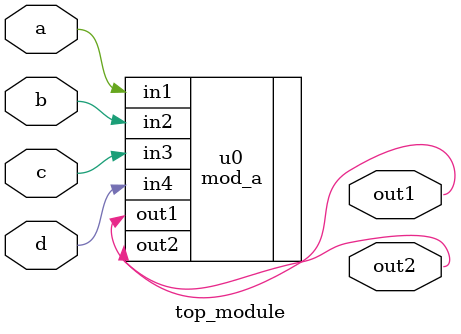
<source format=v>
module top_module ( 
    input a, 
    input b, 
    input c,
    input d,
    output out1,
    output out2
);

mod_a u0( 
    .out1(out1),
    .out2(out2),
    .in1(a),
    .in2(b),
    .in3(c),
    .in4(d)
);

endmodule
</source>
